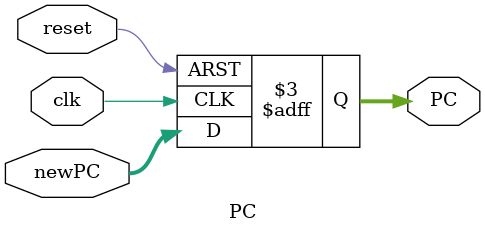
<source format=v>
module PC (input clk, reset,
input[31:0] newPC,
output reg[31:0] PC);
always @(posedge clk or posedge reset)
begin

if (reset == 1)
PC<= 0; // or whereever the first instruction is
else
PC<= newPC;
end
endmodule

</source>
